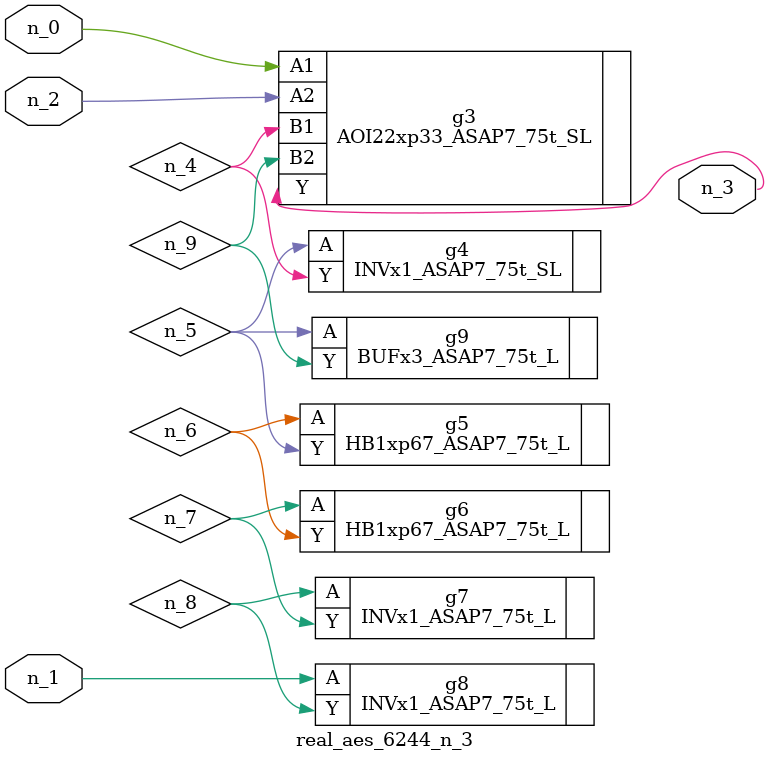
<source format=v>
module real_aes_6244_n_3 (n_0, n_2, n_1, n_3);
input n_0;
input n_2;
input n_1;
output n_3;
wire n_4;
wire n_5;
wire n_7;
wire n_9;
wire n_6;
wire n_8;
AOI22xp33_ASAP7_75t_SL g3 ( .A1(n_0), .A2(n_2), .B1(n_4), .B2(n_9), .Y(n_3) );
INVx1_ASAP7_75t_L g8 ( .A(n_1), .Y(n_8) );
INVx1_ASAP7_75t_SL g4 ( .A(n_5), .Y(n_4) );
BUFx3_ASAP7_75t_L g9 ( .A(n_5), .Y(n_9) );
HB1xp67_ASAP7_75t_L g5 ( .A(n_6), .Y(n_5) );
HB1xp67_ASAP7_75t_L g6 ( .A(n_7), .Y(n_6) );
INVx1_ASAP7_75t_L g7 ( .A(n_8), .Y(n_7) );
endmodule
</source>
